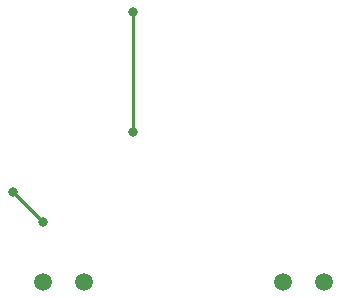
<source format=gbl>
G04 #@! TF.GenerationSoftware,KiCad,Pcbnew,(6.0.6)*
G04 #@! TF.CreationDate,2023-01-14T11:23:39-07:00*
G04 #@! TF.ProjectId,PFCBoard,50464342-6f61-4726-942e-6b696361645f,rev?*
G04 #@! TF.SameCoordinates,Original*
G04 #@! TF.FileFunction,Copper,L2,Bot*
G04 #@! TF.FilePolarity,Positive*
%FSLAX46Y46*%
G04 Gerber Fmt 4.6, Leading zero omitted, Abs format (unit mm)*
G04 Created by KiCad (PCBNEW (6.0.6)) date 2023-01-14 11:23:39*
%MOMM*%
%LPD*%
G01*
G04 APERTURE LIST*
G04 #@! TA.AperFunction,ComponentPad*
%ADD10C,1.500000*%
G04 #@! TD*
G04 #@! TA.AperFunction,ViaPad*
%ADD11C,0.800000*%
G04 #@! TD*
G04 #@! TA.AperFunction,Conductor*
%ADD12C,0.250000*%
G04 #@! TD*
G04 APERTURE END LIST*
D10*
X195580000Y-119380000D03*
X199080000Y-119380000D03*
X175260000Y-119380000D03*
X178760000Y-119380000D03*
D11*
X182880000Y-106680000D03*
X182880000Y-96520000D03*
X172720000Y-111760000D03*
X175260000Y-114300000D03*
D12*
X182880000Y-106680000D02*
X182880000Y-96520000D01*
X175260000Y-114300000D02*
X172720000Y-111760000D01*
M02*

</source>
